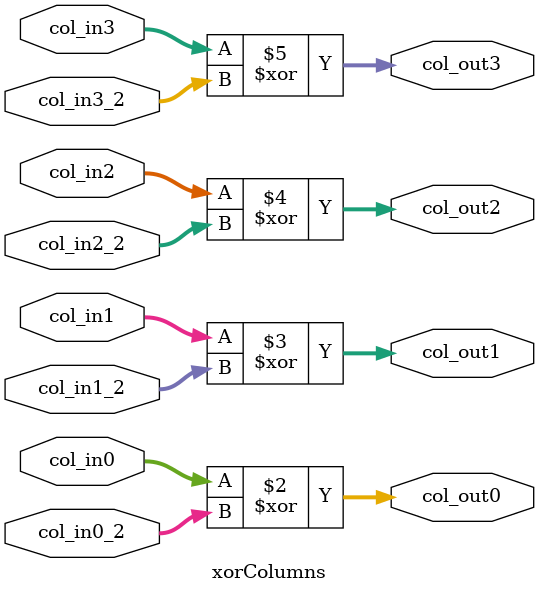
<source format=sv>
module xorColumns(
    input  logic [7:0] col_in0,  // Primera celda de la primera columna
    input  logic [7:0] col_in1,  // Segunda celda de la primera columna
    input  logic [7:0] col_in2,  // Tercera celda de la primera columna
    input  logic [7:0] col_in3,  // Cuarta celda de la primera columna
    input  logic [7:0] col_in0_2, // Primera celda de la segunda columna
    input  logic [7:0] col_in1_2, // Segunda celda de la segunda columna
    input  logic [7:0] col_in2_2, // Tercera celda de la segunda columna
    input  logic [7:0] col_in3_2, // Cuarta celda de la segunda columna
    output logic [7:0] col_out0, // Primera celda de la columna de salida
    output logic [7:0] col_out1, // Segunda celda de la columna de salida
    output logic [7:0] col_out2, // Tercera celda de la columna de salida
    output logic [7:0] col_out3  // Cuarta celda de la columna de salida
);

    // Asignamos la columna de salida al XOR de las celdas correspondientes de las dos columnas de entrada
    always @(*) begin
        col_out0 = col_in0 ^ col_in0_2;
        col_out1 = col_in1 ^ col_in1_2;
        col_out2 = col_in2 ^ col_in2_2;
        col_out3 = col_in3 ^ col_in3_2;
    end

endmodule

</source>
